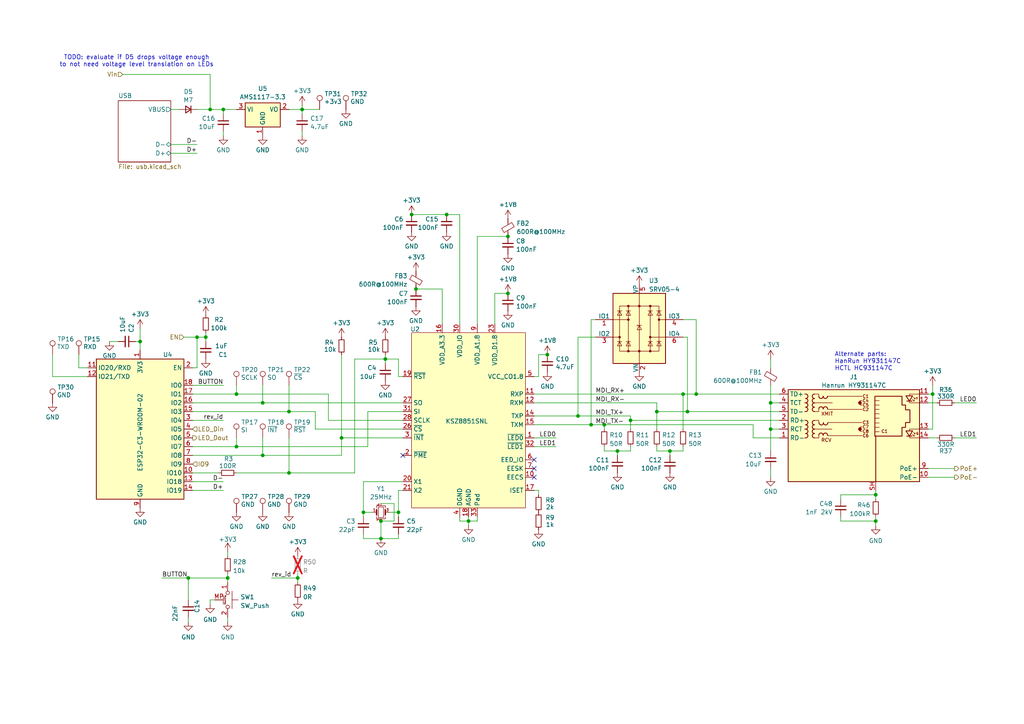
<source format=kicad_sch>
(kicad_sch (version 20231120) (generator "eeschema") (generator_version "8.0")
  (paper "A4")
  (junction (at 40.64 99.06))
  (junction (at 223.52 124.46))
  (junction (at 60.96 31.75))
  (junction (at 99.06 127))
  (junction (at 68.58 129.54))
  (junction (at 105.41 148.59))
  (junction (at 111.76 104.14))
  (junction (at 76.2 132.08))
  (junction (at 158.75 102.87))
  (junction (at 175.26 123.19))
  (junction (at 135.89 151.13))
  (junction (at 147.32 68.58))
  (junction (at 199.39 119.38))
  (junction (at 119.38 62.23))
  (junction (at 110.49 151.13))
  (junction (at 254 151.13))
  (junction (at 129.54 62.23))
  (junction (at 83.82 119.38))
  (junction (at 147.32 85.09))
  (junction (at 83.82 137.16))
  (junction (at 86.36 167.64))
  (junction (at 190.5 119.38))
  (junction (at 179.07 130.81))
  (junction (at 68.58 114.3))
  (junction (at 182.88 121.92))
  (junction (at 57.15 97.79))
  (junction (at 171.45 123.19))
  (junction (at 201.93 114.3))
  (junction (at 254 143.51))
  (junction (at 76.2 116.84))
  (junction (at 115.57 148.59))
  (junction (at 66.04 167.64))
  (junction (at 223.52 116.84))
  (junction (at 54.61 167.64))
  (junction (at 64.77 31.75))
  (junction (at 270.51 114.3))
  (junction (at 59.69 97.79))
  (junction (at 194.31 130.81))
  (junction (at 120.65 83.82))
  (junction (at 167.64 120.65))
  (junction (at 198.12 114.3))
  (junction (at 87.63 31.75))
  (junction (at 110.49 156.21))
  (no_connect (at 154.94 133.35))
  (no_connect (at 154.94 135.89))
  (no_connect (at 116.84 132.08))
  (no_connect (at 154.94 138.43))
  (wire (pts (xy 68.58 111.76) (xy 68.58 114.3)))
  (wire (pts (xy 111.76 102.87) (xy 111.76 104.14)))
  (wire (pts (xy 156.21 109.22) (xy 156.21 102.87)))
  (wire (pts (xy 171.45 92.71) (xy 171.45 123.19)))
  (wire (pts (xy 115.57 104.14) (xy 115.57 109.22)))
  (wire (pts (xy 269.24 127) (xy 271.78 127)))
  (wire (pts (xy 59.69 96.52) (xy 59.69 97.79)))
  (wire (pts (xy 138.43 68.58) (xy 138.43 93.98)))
  (wire (pts (xy 129.54 62.23) (xy 133.35 62.23)))
  (wire (pts (xy 55.88 119.38) (xy 83.82 119.38)))
  (wire (pts (xy 105.41 148.59) (xy 107.95 148.59)))
  (wire (pts (xy 110.49 156.21) (xy 115.57 156.21)))
  (wire (pts (xy 15.24 102.87) (xy 15.24 109.22)))
  (wire (pts (xy 105.41 154.94) (xy 105.41 156.21)))
  (wire (pts (xy 114.3 146.05) (xy 114.3 151.13)))
  (wire (pts (xy 55.88 142.24) (xy 64.77 142.24)))
  (wire (pts (xy 57.15 97.79) (xy 57.15 106.68)))
  (wire (pts (xy 147.32 68.58) (xy 138.43 68.58)))
  (wire (pts (xy 111.76 104.14) (xy 115.57 104.14)))
  (wire (pts (xy 99.06 102.87) (xy 99.06 127)))
  (wire (pts (xy 154.94 123.19) (xy 171.45 123.19)))
  (wire (pts (xy 60.96 173.99) (xy 62.23 173.99)))
  (wire (pts (xy 172.72 92.71) (xy 171.45 92.71)))
  (wire (pts (xy 40.64 101.6) (xy 40.64 99.06)))
  (wire (pts (xy 223.52 124.46) (xy 223.52 130.81)))
  (wire (pts (xy 270.51 114.3) (xy 270.51 124.46)))
  (wire (pts (xy 49.53 44.45) (xy 57.15 44.45)))
  (wire (pts (xy 46.99 167.64) (xy 54.61 167.64)))
  (wire (pts (xy 55.88 114.3) (xy 68.58 114.3)))
  (wire (pts (xy 223.52 104.14) (xy 223.52 106.68)))
  (wire (pts (xy 133.35 151.13) (xy 133.35 149.86)))
  (wire (pts (xy 154.94 116.84) (xy 190.5 116.84)))
  (wire (pts (xy 243.84 144.78) (xy 243.84 143.51)))
  (wire (pts (xy 68.58 127) (xy 68.58 129.54)))
  (wire (pts (xy 66.04 179.07) (xy 66.04 180.34)))
  (wire (pts (xy 57.15 31.75) (xy 60.96 31.75)))
  (wire (pts (xy 243.84 143.51) (xy 254 143.51)))
  (wire (pts (xy 270.51 124.46) (xy 269.24 124.46)))
  (wire (pts (xy 198.12 92.71) (xy 201.93 92.71)))
  (wire (pts (xy 270.51 111.76) (xy 270.51 114.3)))
  (wire (pts (xy 154.94 114.3) (xy 198.12 114.3)))
  (wire (pts (xy 198.12 114.3) (xy 198.12 124.46)))
  (wire (pts (xy 49.53 31.75) (xy 52.07 31.75)))
  (wire (pts (xy 135.89 152.4) (xy 135.89 151.13)))
  (wire (pts (xy 76.2 127) (xy 76.2 132.08)))
  (wire (pts (xy 167.64 97.79) (xy 167.64 120.65)))
  (wire (pts (xy 190.5 116.84) (xy 190.5 119.38)))
  (wire (pts (xy 106.68 129.54) (xy 106.68 119.38)))
  (wire (pts (xy 60.96 175.26) (xy 60.96 173.99)))
  (wire (pts (xy 60.96 31.75) (xy 64.77 31.75)))
  (wire (pts (xy 218.44 123.19) (xy 218.44 127)))
  (wire (pts (xy 54.61 167.64) (xy 54.61 173.99)))
  (wire (pts (xy 55.88 139.7) (xy 64.77 139.7)))
  (wire (pts (xy 55.88 111.76) (xy 64.77 111.76)))
  (wire (pts (xy 87.63 31.75) (xy 83.82 31.75)))
  (wire (pts (xy 68.58 137.16) (xy 83.82 137.16)))
  (wire (pts (xy 175.26 123.19) (xy 218.44 123.19)))
  (wire (pts (xy 190.5 119.38) (xy 199.39 119.38)))
  (wire (pts (xy 102.87 104.14) (xy 102.87 137.16)))
  (wire (pts (xy 115.57 142.24) (xy 115.57 148.59)))
  (wire (pts (xy 110.49 146.05) (xy 114.3 146.05)))
  (wire (pts (xy 111.76 104.14) (xy 111.76 105.41)))
  (wire (pts (xy 86.36 167.64) (xy 86.36 168.91)))
  (wire (pts (xy 128.27 83.82) (xy 120.65 83.82)))
  (wire (pts (xy 40.64 99.06) (xy 39.37 99.06)))
  (wire (pts (xy 175.26 123.19) (xy 175.26 124.46)))
  (wire (pts (xy 156.21 143.51) (xy 156.21 142.24)))
  (wire (pts (xy 86.36 166.37) (xy 86.36 167.64)))
  (wire (pts (xy 116.84 139.7) (xy 105.41 139.7)))
  (wire (pts (xy 76.2 116.84) (xy 116.84 116.84)))
  (wire (pts (xy 175.26 129.54) (xy 175.26 130.81)))
  (wire (pts (xy 115.57 148.59) (xy 113.03 148.59)))
  (wire (pts (xy 54.61 179.07) (xy 54.61 180.34)))
  (wire (pts (xy 128.27 93.98) (xy 128.27 83.82)))
  (wire (pts (xy 179.07 130.81) (xy 182.88 130.81)))
  (wire (pts (xy 91.44 124.46) (xy 116.84 124.46)))
  (wire (pts (xy 223.52 124.46) (xy 226.06 124.46)))
  (wire (pts (xy 115.57 109.22) (xy 116.84 109.22)))
  (wire (pts (xy 105.41 139.7) (xy 105.41 148.59)))
  (wire (pts (xy 194.31 130.81) (xy 194.31 132.08)))
  (wire (pts (xy 182.88 130.81) (xy 182.88 129.54)))
  (wire (pts (xy 115.57 149.86) (xy 115.57 148.59)))
  (wire (pts (xy 223.52 116.84) (xy 223.52 124.46)))
  (wire (pts (xy 76.2 132.08) (xy 99.06 132.08)))
  (wire (pts (xy 110.49 151.13) (xy 110.49 156.21)))
  (wire (pts (xy 66.04 160.02) (xy 66.04 161.29)))
  (wire (pts (xy 35.56 21.59) (xy 60.96 21.59)))
  (wire (pts (xy 182.88 121.92) (xy 226.06 121.92)))
  (wire (pts (xy 182.88 121.92) (xy 182.88 124.46)))
  (wire (pts (xy 156.21 142.24) (xy 154.94 142.24)))
  (wire (pts (xy 143.51 93.98) (xy 143.51 85.09)))
  (wire (pts (xy 143.51 85.09) (xy 147.32 85.09)))
  (wire (pts (xy 49.53 41.91) (xy 57.15 41.91)))
  (wire (pts (xy 99.06 127) (xy 116.84 127)))
  (wire (pts (xy 64.77 121.92) (xy 55.88 121.92)))
  (wire (pts (xy 254 149.86) (xy 254 151.13)))
  (wire (pts (xy 135.89 151.13) (xy 133.35 151.13)))
  (wire (pts (xy 138.43 151.13) (xy 138.43 149.86)))
  (wire (pts (xy 115.57 156.21) (xy 115.57 154.94)))
  (wire (pts (xy 22.86 102.87) (xy 22.86 106.68)))
  (wire (pts (xy 83.82 111.76) (xy 83.82 119.38)))
  (wire (pts (xy 64.77 31.75) (xy 64.77 33.02)))
  (wire (pts (xy 55.88 129.54) (xy 68.58 129.54)))
  (wire (pts (xy 171.45 123.19) (xy 175.26 123.19)))
  (wire (pts (xy 66.04 167.64) (xy 66.04 168.91)))
  (wire (pts (xy 199.39 119.38) (xy 199.39 97.79)))
  (wire (pts (xy 91.44 119.38) (xy 91.44 124.46)))
  (wire (pts (xy 154.94 109.22) (xy 156.21 109.22)))
  (wire (pts (xy 194.31 130.81) (xy 198.12 130.81)))
  (wire (pts (xy 276.86 127) (xy 283.21 127)))
  (wire (pts (xy 55.88 116.84) (xy 76.2 116.84)))
  (wire (pts (xy 182.88 120.65) (xy 182.88 121.92)))
  (wire (pts (xy 269.24 116.84) (xy 271.78 116.84)))
  (wire (pts (xy 78.74 167.64) (xy 86.36 167.64)))
  (wire (pts (xy 175.26 130.81) (xy 179.07 130.81)))
  (wire (pts (xy 243.84 151.13) (xy 243.84 149.86)))
  (wire (pts (xy 190.5 119.38) (xy 190.5 124.46)))
  (wire (pts (xy 223.52 116.84) (xy 226.06 116.84)))
  (wire (pts (xy 106.68 119.38) (xy 116.84 119.38)))
  (wire (pts (xy 87.63 30.48) (xy 87.63 31.75)))
  (wire (pts (xy 53.34 97.79) (xy 57.15 97.79)))
  (wire (pts (xy 68.58 129.54) (xy 106.68 129.54)))
  (wire (pts (xy 201.93 114.3) (xy 226.06 114.3)))
  (wire (pts (xy 102.87 104.14) (xy 111.76 104.14)))
  (wire (pts (xy 105.41 156.21) (xy 110.49 156.21)))
  (wire (pts (xy 59.69 97.79) (xy 57.15 97.79)))
  (wire (pts (xy 31.75 99.06) (xy 34.29 99.06)))
  (wire (pts (xy 64.77 31.75) (xy 68.58 31.75)))
  (wire (pts (xy 114.3 151.13) (xy 110.49 151.13)))
  (wire (pts (xy 269.24 114.3) (xy 270.51 114.3)))
  (wire (pts (xy 190.5 130.81) (xy 194.31 130.81)))
  (wire (pts (xy 87.63 38.1) (xy 87.63 39.37)))
  (wire (pts (xy 55.88 106.68) (xy 57.15 106.68)))
  (wire (pts (xy 83.82 119.38) (xy 91.44 119.38)))
  (wire (pts (xy 40.64 95.25) (xy 40.64 99.06)))
  (wire (pts (xy 190.5 129.54) (xy 190.5 130.81)))
  (wire (pts (xy 156.21 102.87) (xy 158.75 102.87)))
  (wire (pts (xy 76.2 111.76) (xy 76.2 116.84)))
  (wire (pts (xy 87.63 31.75) (xy 92.71 31.75)))
  (wire (pts (xy 223.52 135.89) (xy 223.52 138.43)))
  (wire (pts (xy 95.25 121.92) (xy 116.84 121.92)))
  (wire (pts (xy 55.88 137.16) (xy 63.5 137.16)))
  (wire (pts (xy 83.82 127) (xy 83.82 137.16)))
  (wire (pts (xy 269.24 138.43) (xy 276.86 138.43)))
  (wire (pts (xy 254 151.13) (xy 254 152.4)))
  (wire (pts (xy 198.12 114.3) (xy 201.93 114.3)))
  (wire (pts (xy 154.94 129.54) (xy 161.29 129.54)))
  (wire (pts (xy 22.86 106.68) (xy 25.4 106.68)))
  (wire (pts (xy 87.63 31.75) (xy 87.63 33.02)))
  (wire (pts (xy 199.39 97.79) (xy 198.12 97.79)))
  (wire (pts (xy 276.86 116.84) (xy 283.21 116.84)))
  (wire (pts (xy 269.24 135.89) (xy 276.86 135.89)))
  (wire (pts (xy 64.77 38.1) (xy 64.77 39.37)))
  (wire (pts (xy 167.64 120.65) (xy 182.88 120.65)))
  (wire (pts (xy 119.38 62.23) (xy 129.54 62.23)))
  (wire (pts (xy 99.06 127) (xy 99.06 132.08)))
  (wire (pts (xy 116.84 142.24) (xy 115.57 142.24)))
  (wire (pts (xy 199.39 119.38) (xy 226.06 119.38)))
  (wire (pts (xy 154.94 120.65) (xy 167.64 120.65)))
  (wire (pts (xy 223.52 111.76) (xy 223.52 116.84)))
  (wire (pts (xy 59.69 97.79) (xy 59.69 99.06)))
  (wire (pts (xy 83.82 137.16) (xy 102.87 137.16)))
  (wire (pts (xy 105.41 148.59) (xy 105.41 149.86)))
  (wire (pts (xy 15.24 109.22) (xy 25.4 109.22)))
  (wire (pts (xy 135.89 149.86) (xy 135.89 151.13)))
  (wire (pts (xy 167.64 97.79) (xy 172.72 97.79)))
  (wire (pts (xy 254 151.13) (xy 243.84 151.13)))
  (wire (pts (xy 60.96 21.59) (xy 60.96 31.75)))
  (wire (pts (xy 55.88 132.08) (xy 76.2 132.08)))
  (wire (pts (xy 135.89 151.13) (xy 138.43 151.13)))
  (wire (pts (xy 201.93 92.71) (xy 201.93 114.3)))
  (wire (pts (xy 154.94 127) (xy 161.29 127)))
  (wire (pts (xy 218.44 127) (xy 226.06 127)))
  (wire (pts (xy 254 142.24) (xy 254 143.51)))
  (wire (pts (xy 133.35 93.98) (xy 133.35 62.23)))
  (wire (pts (xy 254 143.51) (xy 254 144.78)))
  (wire (pts (xy 54.61 167.64) (xy 66.04 167.64)))
  (wire (pts (xy 68.58 114.3) (xy 95.25 114.3)))
  (wire (pts (xy 198.12 130.81) (xy 198.12 129.54)))
  (wire (pts (xy 179.07 130.81) (xy 179.07 132.08)))
  (wire (pts (xy 95.25 114.3) (xy 95.25 121.92)))
  (wire (pts (xy 66.04 166.37) (xy 66.04 167.64)))
  (text "Alternate parts:\nHanRun HY931147C\nHCTL HC931147C\n" (at 242.062 104.902 0) (effects (font (size 1.27 1.27)) (justify left)))
  (text "TODO: evaluate if D5 drops voltage enough\nto not need voltage level translation on LEDs" (at 39.624 17.78 0) (effects (font (size 1.27 1.27))))
  (label "D-" (at 64.77 139.7 180))
  (label "D+" (at 57.15 44.45 180))
  (label "BUTTON" (at 64.77 111.76 180))
  (label "rev_id" (at 64.77 121.92 180))
  (label "rev_id" (at 78.74 167.64 0))
  (label "LED1" (at 161.29 129.54 180))
  (label "LED0" (at 283.21 116.84 180))
  (label "MDI_TX-" (at 172.72 123.19 0))
  (label "MDI_TX+" (at 172.72 120.65 0))
  (label "D-" (at 57.15 41.91 180))
  (label "BUTTON" (at 46.99 167.64 0))
  (label "LED0" (at 161.29 127 180))
  (label "MDI_RX+" (at 172.72 114.3 0))
  (label "LED1" (at 283.21 127 180))
  (label "D+" (at 64.77 142.24 180))
  (label "MDI_RX-" (at 172.72 116.84 0))
  (hierarchical_label "LED_Dout" (shape output) (at 55.88 127 0))
  (hierarchical_label "Vin" (shape input) (at 35.56 21.59 180))
  (hierarchical_label "PoE-" (shape output) (at 276.86 138.43 0))
  (hierarchical_label "LED_Din" (shape input) (at 55.88 124.46 0))
  (hierarchical_label "PoE+" (shape output) (at 276.86 135.89 0))
  (hierarchical_label "IO9" (shape input) (at 55.88 134.62 0))
  (hierarchical_label "EN" (shape input) (at 53.34 97.79 180))
  (symbol (lib_id "Device:C_Small") (at 147.32 87.63 0) (mirror y) (unit 1)
    (property "Reference" "C9" (at 149.6441 86.4241 0) (effects (justify right)))
    (property "Value" "100nF" (at 149.6441 88.8484 0) (effects (justify right)))
    (property "Footprint" "Capacitor_SMD:C_0402_1005Metric" (effects (hide yes)))
    (property "Description" "Unpolarized capacitor, small symbol" (effects (hide yes)))
    (property "LCSC" "C1525" (effects (hide yes)))
  )
  (symbol (lib_id "Device:R_Small") (at 198.12 127 0) (unit 1)
    (property "Reference" "R13" (at 199.6186 126.1653 0) (effects (justify left)))
    (property "Value" "50R" (at 199.6186 128.7022 0) (effects (justify left)))
    (property "Footprint" "Resistor_SMD:R_0402_1005Metric" (effects (hide yes)))
    (property "LCSC" "C25120" (effects (hide yes)))
  )
  (symbol (lib_id "power:+1V8") (at 147.32 85.09 0) (unit 1)
    (property "Reference" "#PWR0112" (effects (hide yes)))
    (property "Value" "+1V8" (at 147.32 80.9569 0))
    (property "Description" "Power symbol creates a global label with name \"+1V8\"" (effects (hide yes)))
  )
  (symbol (lib_id "Connector:TestPoint") (at 76.2 111.76 0) (unit 1)
    (property "Reference" "TP21" (at 77.597 107.2458 0) (effects (justify left)))
    (property "Value" "SO" (at 77.47 109.474 0) (effects (justify left)))
    (property "Footprint" "TestPoint_no_outline:TestPoint_Pad_D2.0mm_no_outline" (effects (hide yes)))
    (property "Description" "test point" (effects (hide yes)))
  )
  (symbol (lib_id "Device:C_Small") (at 147.32 71.12 0) (mirror y) (unit 1)
    (property "Reference" "C8" (at 149.6441 69.9141 0) (effects (justify right)))
    (property "Value" "100nF" (at 149.6441 72.3384 0) (effects (justify right)))
    (property "Footprint" "Capacitor_SMD:C_0402_1005Metric" (effects (hide yes)))
    (property "Description" "Unpolarized capacitor, small symbol" (effects (hide yes)))
    (property "LCSC" "C1525" (effects (hide yes)))
  )
  (symbol (lib_id "Regulator_Linear:AMS1117-3.3") (at 76.2 31.75 0) (unit 1)
    (property "Reference" "U5" (at 76.2 25.7005 0))
    (property "Value" "AMS1117-3.3" (at 76.2 28.1248 0))
    (property "Footprint" "Package_TO_SOT_SMD:SOT-223-3_TabPin2" (effects (hide yes)))
    (property "Datasheet" "http://www.advanced-monolithic.com/pdf/ds1117.pdf" (effects (hide yes)))
    (property "Description" "1A Low Dropout regulator, positive, 3.3V fixed output, SOT-223" (effects (hide yes)))
    (property "LCSC" "C6186" (effects (hide yes)))
  )
  (symbol (lib_id "Connector:TestPoint") (at 22.86 102.87 0) (unit 1)
    (property "Reference" "TP15" (at 24.257 98.3558 0) (effects (justify left)))
    (property "Value" "RXD" (at 24.13 100.584 0) (effects (justify left)))
    (property "Footprint" "TestPoint_no_outline:TestPoint_Pad_D2.0mm_no_outline" (effects (hide yes)))
    (property "Description" "test point" (effects (hide yes)))
  )
  (symbol (lib_name "GND_1") (lib_id "power:GND") (at 111.76 110.49 0) (unit 1)
    (property "Reference" "#PWR09" (effects (hide yes)))
    (property "Value" "GND" (at 111.76 114.6231 0))
    (property "Description" "Power symbol creates a global label with name \"GND\" , ground" (effects (hide yes)))
  )
  (symbol (lib_id "Connector:TestPoint") (at 15.24 116.84 0) (unit 1)
    (property "Reference" "TP30" (at 16.637 112.3258 0) (effects (justify left)))
    (property "Value" "GND" (at 16.51 114.554 0) (effects (justify left)))
    (property "Footprint" "TestPoint:TestPoint_Pad_D2.0mm" (effects (hide yes)))
    (property "Description" "test point" (effects (hide yes)))
  )
  (symbol (lib_name "+3V3_1") (lib_id "power:+3V3") (at 99.06 97.79 0) (unit 1)
    (property "Reference" "#PWR06" (effects (hide yes)))
    (property "Value" "+3V3" (at 99.06 93.6569 0))
    (property "Description" "Power symbol creates a global label with name \"+3V3\"" (effects (hide yes)))
  )
  (symbol (lib_name "GND_7") (lib_id "power:GND") (at 185.42 107.95 0) (unit 1)
    (property "Reference" "#PWR013" (effects (hide yes)))
    (property "Value" "GND" (at 185.42 112.0831 0))
    (property "Description" "Power symbol creates a global label with name \"GND\" , ground" (effects (hide yes)))
  )
  (symbol (lib_name "GND_9") (lib_id "power:GND") (at 76.2 148.59 0) (unit 1)
    (property "Reference" "#PWR028" (effects (hide yes)))
    (property "Value" "GND" (at 76.2 152.7231 0))
    (property "Description" "Power symbol creates a global label with name \"GND\" , ground" (effects (hide yes)))
  )
  (symbol (lib_id "Device:C_Small") (at 194.31 134.62 0) (unit 1)
    (property "Reference" "C12" (at 191.9859 133.4141 0) (effects (justify right)))
    (property "Value" "100nF" (at 191.9859 135.8384 0) (effects (justify right)))
    (property "Footprint" "Capacitor_SMD:C_0402_1005Metric" (effects (hide yes)))
    (property "Description" "Unpolarized capacitor, small symbol" (effects (hide yes)))
    (property "LCSC" "C1525" (effects (hide yes)))
  )
  (symbol (lib_name "GND_3") (lib_id "power:GND") (at 129.54 67.31 0) (mirror y) (unit 1)
    (property "Reference" "#PWR017" (effects (hide yes)))
    (property "Value" "GND" (at 129.54 71.4431 0))
    (property "Description" "Power symbol creates a global label with name \"GND\" , ground" (effects (hide yes)))
  )
  (symbol (lib_name "GND_9") (lib_id "power:GND") (at 100.33 31.75 0) (unit 1)
    (property "Reference" "#PWR034" (effects (hide yes)))
    (property "Value" "GND" (at 100.33 35.8831 0))
    (property "Description" "Power symbol creates a global label with name \"GND\" , ground" (effects (hide yes)))
  )
  (symbol (lib_id "power:+3V3") (at 59.69 91.44 0) (mirror y) (unit 1)
    (property "Reference" "#PWR01" (effects (hide yes)))
    (property "Value" "+3V3" (at 59.69 87.3069 0))
  )
  (symbol (lib_id "Power_Protection:SRV05-4") (at 185.42 95.25 0) (unit 1)
    (property "Reference" "U3" (at 188.1887 81.3902 0) (effects (justify left)))
    (property "Value" "SRV05-4" (at 188.1887 83.9271 0) (effects (justify left)))
    (property "Footprint" "Package_TO_SOT_SMD:SOT-23-6" (effects (hide yes)))
    (property "Datasheet" "http://www.onsemi.com/pub/Collateral/SRV05-4-D.PDF" (effects (hide yes)))
    (property "LCSC" "C85364" (effects (hide yes)))
  )
  (symbol (lib_id "power:GND") (at 60.96 175.26 0) (unit 1)
    (property "Reference" "#PWR030" (effects (hide yes)))
    (property "Value" "GND" (at 60.96 179.7034 0))
  )
  (symbol (lib_id "power:+3V3") (at 40.64 95.25 0) (unit 1)
    (property "Reference" "#PWR04" (effects (hide yes)))
    (property "Value" "+3V3" (at 40.64 91.1169 0))
  )
  (symbol (lib_name "GND_3") (lib_id "power:GND") (at 119.38 67.31 0) (mirror y) (unit 1)
    (property "Reference" "#PWR011" (effects (hide yes)))
    (property "Value" "GND" (at 119.38 71.4431 0))
    (property "Description" "Power symbol creates a global label with name \"GND\" , ground" (effects (hide yes)))
  )
  (symbol (lib_name "+3V3_1") (lib_id "power:+3V3") (at 120.65 78.74 0) (unit 1)
    (property "Reference" "#PWR012" (effects (hide yes)))
    (property "Value" "+3V3" (at 120.65 74.6069 0))
    (property "Description" "Power symbol creates a global label with name \"+3V3\"" (effects (hide yes)))
  )
  (symbol (lib_id "power:GND") (at 31.75 99.06 0) (unit 1)
    (property "Reference" "#PWR03" (effects (hide yes)))
    (property "Value" "GND" (at 31.75 103.1931 0))
  )
  (symbol (lib_name "+3V3_3") (lib_id "power:+3V3") (at 86.36 161.29 0) (mirror y) (unit 1)
    (property "Reference" "#PWR094" (effects (hide yes)))
    (property "Value" "+3V3" (at 86.36 157.1569 0))
    (property "Description" "Power symbol creates a global label with name \"+3V3\"" (effects (hide yes)))
  )
  (symbol (lib_name "GND_9") (lib_id "power:GND") (at 68.58 148.59 0) (unit 1)
    (property "Reference" "#PWR027" (effects (hide yes)))
    (property "Value" "GND" (at 68.58 152.7231 0))
    (property "Description" "Power symbol creates a global label with name \"GND\" , ground" (effects (hide yes)))
  )
  (symbol (lib_id "Device:C_Small") (at 87.63 35.56 0) (unit 1)
    (property "Reference" "C17" (at 89.9541 34.3541 0) (effects (justify left)))
    (property "Value" "4.7uF" (at 89.9541 36.7784 0) (effects (justify left)))
    (property "Footprint" "Capacitor_SMD:C_0402_1005Metric" (effects (hide yes)))
    (property "LCSC" "C23733" (effects (hide yes)))
  )
  (symbol (lib_name "GND_4") (lib_id "power:GND") (at 135.89 152.4 0) (unit 1)
    (property "Reference" "#PWR0109" (effects (hide yes)))
    (property "Value" "GND" (at 135.89 156.5331 0))
    (property "Description" "Power symbol creates a global label with name \"GND\" , ground" (effects (hide yes)))
  )
  (symbol (lib_id "Device:D_Small") (at 54.61 31.75 180) (unit 1)
    (property "Reference" "D5" (at 54.61 26.5895 0))
    (property "Value" "M7" (at 54.61 29.0138 0))
    (property "Footprint" "Diode_SMD:D_SMA" (effects (hide yes)))
    (property "Description" "Diode, small symbol" (effects (hide yes)))
    (property "LCSC" "C95872" (effects (hide yes)))
    (property "Sim.Device" "D" (effects (hide yes)))
    (property "Sim.Pins" "1=K 2=A" (effects (hide yes)))
  )
  (symbol (lib_id "power:GND") (at 59.69 104.14 0) (mirror y) (unit 1)
    (property "Reference" "#PWR02" (effects (hide yes)))
    (property "Value" "GND" (at 59.69 108.2731 0))
  )
  (symbol (lib_id "Device:C_Small") (at 36.83 99.06 270) (unit 1)
    (property "Reference" "C2" (at 38.1 96.52 0) (effects (justify right)))
    (property "Value" "10uF" (at 35.56 96.52 0) (effects (justify right)))
    (property "Footprint" "Capacitor_SMD:C_0402_1005Metric" (effects (hide yes)))
    (property "LCSC" "C15525" (effects (hide yes)))
  )
  (symbol (lib_id "power:GND") (at 40.64 147.32 0) (unit 1)
    (property "Reference" "#PWR05" (effects (hide yes)))
    (property "Value" "GND" (at 40.64 151.4531 0))
  )
  (symbol (lib_id "Device:FerriteBead_Small") (at 147.32 66.04 0) (mirror y) (unit 1)
    (property "Reference" "FB2" (at 149.7838 64.7897 0) (effects (justify right)))
    (property "Value" "600R@100MHz" (at 149.7838 67.214 0) (effects (justify right)))
    (property "Footprint" "Inductor_SMD:L_0402_1005Metric" (effects (hide yes)))
    (property "Description" "Ferrite bead, small symbol" (effects (hide yes)))
    (property "LCSC" "C76884" (effects (hide yes)))
  )
  (symbol (lib_name "GND_3") (lib_id "power:GND") (at 86.36 173.99 0) (unit 1)
    (property "Reference" "#PWR093" (effects (hide yes)))
    (property "Value" "GND" (at 86.36 178.1231 0))
    (property "Description" "Power symbol creates a global label with name \"GND\" , ground" (effects (hide yes)))
  )
  (symbol (lib_id "Connector:TestPoint") (at 76.2 148.59 0) (unit 1)
    (property "Reference" "TP28" (at 77.597 144.0758 0) (effects (justify left)))
    (property "Value" "GND" (at 77.47 146.304 0) (effects (justify left)))
    (property "Footprint" "TestPoint:TestPoint_Pad_D2.0mm" (effects (hide yes)))
    (property "Description" "test point" (effects (hide yes)))
  )
  (symbol (lib_id "Device:C_Small") (at 129.54 64.77 0) (unit 1)
    (property "Reference" "C15" (at 127.2159 63.5641 0) (effects (justify right)))
    (property "Value" "100nF" (at 127.2159 65.9884 0) (effects (justify right)))
    (property "Footprint" "Capacitor_SMD:C_0402_1005Metric" (effects (hide yes)))
    (property "Description" "Unpolarized capacitor, small symbol" (effects (hide yes)))
    (property "LCSC" "C1525" (effects (hide yes)))
  )
  (symbol (lib_id "Device:R_Small") (at 99.06 100.33 180) (unit 1)
    (property "Reference" "R4" (at 95.504 99.33 0))
    (property "Value" "10k" (at 95.758 101.346 0))
    (property "Footprint" "Resistor_SMD:R_0402_1005Metric" (effects (hide yes)))
    (property "LCSC" "C25744" (effects (hide yes)))
  )
  (symbol (lib_id "RF_Module:ESP32-C3-WROOM-02") (at 40.64 124.46 0) (mirror y) (unit 1)
    (property "Reference" "U4" (at 47.244 102.87 0) (effects (justify right)))
    (property "Value" "ESP32-C3-WROOM-02" (at 40.64 114.046 90) (effects (justify right)))
    (property "Footprint" "RF_Module:ESP32-C3-WROOM-02" (effects (hide yes)))
    (property "Datasheet" "https://www.espressif.com/sites/default/files/documentation/esp32-c3-wroom-02_datasheet_en.pdf" (effects (hide yes)))
    (property "Description" "802.11 b/g/n Wi­Fi and Bluetooth 5 module, ESP32­C3 SoC, RISC­V microprocessor, On-board antenna" (effects (hide yes)))
  )
  (symbol (lib_id "Device:R_Small") (at 111.76 100.33 180) (unit 1)
    (property "Reference" "R5" (at 108.204 99.33 0))
    (property "Value" "10k" (at 108.458 101.346 0))
    (property "Footprint" "Resistor_SMD:R_0402_1005Metric" (effects (hide yes)))
    (property "LCSC" "C25744" (effects (hide yes)))
  )
  (symbol (lib_id "Ethernet_Microchip:KSZ8851SNL") (at 135.89 121.92 0) (unit 1)
    (property "Reference" "U2" (at 120.396 95.504 0))
    (property "Value" "KSZ8851SNL" (at 135.382 122.174 0))
    (property "Footprint" "Package_DFN_QFN:QFN-32-1EP_5x5mm_P0.5mm_EP3.1x3.1mm_ThermalVias" (effects (hide yes)))
    (property "Datasheet" "https://ww1.microchip.com/downloads/aemDocuments/documents/UNG/ProductDocuments/DataSheets/KSZ8851SNL-Single-Port-Ethernet-Controller-with-SPI-DS00002381C.pdf" (effects (hide yes)))
    (property "Description" "SPI Ethernet MAC and PHY" (effects (hide yes)))
    (property "LCSC" "C633272" (effects (hide yes)))
  )
  (symbol (lib_name "+3V3_1") (lib_id "power:+3V3") (at 185.42 82.55 0) (unit 1)
    (property "Reference" "#PWR014" (effects (hide yes)))
    (property "Value" "+3V3" (at 185.42 78.4169 0))
    (property "Description" "Power symbol creates a global label with name \"+3V3\"" (effects (hide yes)))
  )
  (symbol (lib_name "GND_8") (lib_id "power:GND") (at 223.52 138.43 0) (unit 1)
    (property "Reference" "#PWR048" (effects (hide yes)))
    (property "Value" "GND" (at 223.52 142.5631 0))
    (property "Description" "Power symbol creates a global label with name \"GND\" , ground" (effects (hide yes)))
  )
  (symbol (lib_id "power:+1V8") (at 158.75 102.87 0) (unit 1)
    (property "Reference" "#PWR0115" (effects (hide yes)))
    (property "Value" "+1V8" (at 158.75 98.7369 0))
    (property "Description" "Power symbol creates a global label with name \"+1V8\"" (effects (hide yes)))
  )
  (symbol (lib_id "Device:FerriteBead_Small") (at 120.65 81.28 0) (unit 1)
    (property "Reference" "FB3" (at 118.1862 80.0297 0) (effects (justify right)))
    (property "Value" "600R@100MHz" (at 118.1862 82.454 0) (effects (justify right)))
    (property "Footprint" "Inductor_SMD:L_0402_1005Metric" (effects (hide yes)))
    (property "Description" "Ferrite bead, small symbol" (effects (hide yes)))
    (property "LCSC" "C76884" (effects (hide yes)))
  )
  (symbol (lib_id "Device:C_Small") (at 119.38 64.77 0) (unit 1)
    (property "Reference" "C6" (at 117.0559 63.5641 0) (effects (justify right)))
    (property "Value" "100nF" (at 117.0559 65.9884 0) (effects (justify right)))
    (property "Footprint" "Capacitor_SMD:C_0402_1005Metric" (effects (hide yes)))
    (property "Description" "Unpolarized capacitor, small symbol" (effects (hide yes)))
    (property "LCSC" "C1525" (effects (hide yes)))
  )
  (symbol (lib_name "GND_2") (lib_id "power:GND") (at 87.63 39.37 0) (unit 1)
    (property "Reference" "#PWR024" (effects (hide yes)))
    (property "Value" "GND" (at 87.63 43.5031 0))
    (property "Description" "Power symbol creates a global label with name \"GND\" , ground" (effects (hide yes)))
  )
  (symbol (lib_id "Device:C_Small") (at 120.65 86.36 0) (unit 1)
    (property "Reference" "C7" (at 118.3259 85.1541 0) (effects (justify right)))
    (property "Value" "100nF" (at 118.3259 87.5784 0) (effects (justify right)))
    (property "Footprint" "Capacitor_SMD:C_0402_1005Metric" (effects (hide yes)))
    (property "Description" "Unpolarized capacitor, small symbol" (effects (hide yes)))
    (property "LCSC" "C1525" (effects (hide yes)))
  )
  (symbol (lib_id "power:GND") (at 254 152.4 0) (mirror y) (unit 1)
    (property "Reference" "#PWR092" (effects (hide yes)))
    (property "Value" "GND" (at 254 156.8434 0))
  )
  (symbol (lib_id "power:+1V8") (at 147.32 63.5 0) (unit 1)
    (property "Reference" "#PWR0110" (effects (hide yes)))
    (property "Value" "+1V8" (at 147.32 59.3669 0))
    (property "Description" "Power symbol creates a global label with name \"+1V8\"" (effects (hide yes)))
  )
  (symbol (lib_id "Device:C_Small") (at 59.69 101.6 0) (mirror x) (unit 1)
    (property "Reference" "C1" (at 66.04 102.87 0) (effects (justify right)))
    (property "Value" "1uF" (at 66.04 100.33 0) (effects (justify right)))
    (property "Footprint" "Capacitor_SMD:C_0402_1005Metric" (effects (hide yes)))
    (property "LCSC" "C52923" (effects (hide yes)))
  )
  (symbol (lib_id "Device:R_Small") (at 86.36 171.45 0) (unit 1)
    (property "Reference" "R49" (at 87.8586 170.6153 0) (effects (justify left)))
    (property "Value" "0R" (at 87.8586 173.1522 0) (effects (justify left)))
    (property "Footprint" "Resistor_SMD:R_0402_1005Metric" (effects (hide yes)))
    (property "LCSC" "C17168" (effects (hide yes)))
  )
  (symbol (lib_name "GND_6") (lib_id "power:GND") (at 156.21 153.67 0) (unit 1)
    (property "Reference" "#PWR0114" (effects (hide yes)))
    (property "Value" "GND" (at 156.21 157.8031 0))
    (property "Description" "Power symbol creates a global label with name \"GND\" , ground" (effects (hide yes)))
  )
  (symbol (lib_id "Device:R_Small") (at 274.32 116.84 270) (unit 1)
    (property "Reference" "R36" (at 274.32 113.03 90))
    (property "Value" "330R" (at 274.32 114.9405 90))
    (property "Footprint" "Resistor_SMD:R_0402_1005Metric" (effects (hide yes)))
    (property "LCSC" "C25104" (effects (hide yes)))
  )
  (symbol (lib_id "Connector:TestPoint") (at 68.58 111.76 0) (unit 1)
    (property "Reference" "TP20" (at 69.977 107.2458 0) (effects (justify left)))
    (property "Value" "SCLK" (at 69.85 109.474 0) (effects (justify left)))
    (property "Footprint" "TestPoint_no_outline:TestPoint_Pad_D2.0mm_no_outline" (effects (hide yes)))
    (property "Description" "test point" (effects (hide yes)))
  )
  (symbol (lib_id "power:GND") (at 54.61 180.34 0) (unit 1)
    (property "Reference" "#PWR015" (effects (hide yes)))
    (property "Value" "GND" (at 54.61 184.7834 0))
  )
  (symbol (lib_id "Connector:TestPoint") (at 83.82 127 0) (unit 1)
    (property "Reference" "TP19" (at 85.217 122.4858 0) (effects (justify left)))
    (property "Value" "~{RST}" (at 85.09 124.714 0) (effects (justify left)))
    (property "Footprint" "TestPoint_no_outline:TestPoint_Pad_D2.0mm_no_outline" (effects (hide yes)))
    (property "Description" "test point" (effects (hide yes)))
  )
  (symbol (lib_name "+3V3_1") (lib_id "power:+3V3") (at 119.38 62.23 0) (unit 1)
    (property "Reference" "#PWR010" (effects (hide yes)))
    (property "Value" "+3V3" (at 119.38 58.0969 0))
    (property "Description" "Power symbol creates a global label with name \"+3V3\"" (effects (hide yes)))
  )
  (symbol (lib_name "+3V3_1") (lib_id "power:+3V3") (at 111.76 97.79 0) (unit 1)
    (property "Reference" "#PWR08" (effects (hide yes)))
    (property "Value" "+3V3" (at 111.76 93.6569 0))
    (property "Description" "Power symbol creates a global label with name \"+3V3\"" (effects (hide yes)))
  )
  (symbol (lib_name "GND_3") (lib_id "power:GND") (at 147.32 73.66 0) (unit 1)
    (property "Reference" "#PWR0111" (effects (hide yes)))
    (property "Value" "GND" (at 147.32 77.7931 0))
    (property "Description" "Power symbol creates a global label with name \"GND\" , ground" (effects (hide yes)))
  )
  (symbol (lib_id "Device:C_Small") (at 54.61 176.53 0) (mirror y) (unit 1)
    (property "Reference" "C14" (at 57.15 177.8 90) (effects (justify left)))
    (property "Value" "22nF" (at 50.8 180.34 90) (effects (justify left)))
    (property "Footprint" "Capacitor_SMD:C_0402_1005Metric" (effects (hide yes)))
    (property "LCSC" "C1532" (effects (hide yes)))
  )
  (symbol (lib_id "Device:R_Small") (at 274.32 127 270) (mirror x) (unit 1)
    (property "Reference" "R37" (at 274.32 130.81 90))
    (property "Value" "330R" (at 274.32 128.8995 90))
    (property "Footprint" "Resistor_SMD:R_0402_1005Metric" (effects (hide yes)))
    (property "LCSC" "C25104" (effects (hide yes)))
  )
  (symbol (lib_id "Device:R_Small") (at 182.88 127 0) (unit 1)
    (property "Reference" "R11" (at 184.3786 126.1653 0) (effects (justify left)))
    (property "Value" "50R" (at 184.3786 128.7022 0) (effects (justify left)))
    (property "Footprint" "Resistor_SMD:R_0402_1005Metric" (effects (hide yes)))
    (property "LCSC" "C25120" (effects (hide yes)))
  )
  (symbol (lib_name "+3V3_2") (lib_id "power:+3V3") (at 87.63 30.48 0) (unit 1)
    (property "Reference" "#PWR023" (effects (hide yes)))
    (property "Value" "+3V3" (at 87.63 26.3469 0))
    (property "Description" "Power symbol creates a global label with name \"+3V3\"" (effects (hide yes)))
  )
  (symbol (lib_id "Device:R_Small") (at 156.21 146.05 0) (mirror x) (unit 1)
    (property "Reference" "R8" (at 159.512 145.05 0))
    (property "Value" "2k" (at 159.512 147.066 0))
    (property "Footprint" "Resistor_SMD:R_0402_1005Metric" (effects (hide yes)))
    (property "LCSC" "C4109" (effects (hide yes)))
  )
  (symbol (lib_id "Connector:TestPoint") (at 68.58 127 0) (unit 1)
    (property "Reference" "TP17" (at 69.977 122.4858 0) (effects (justify left)))
    (property "Value" "SI" (at 69.85 124.714 0) (effects (justify left)))
    (property "Footprint" "TestPoint_no_outline:TestPoint_Pad_D2.0mm_no_outline" (effects (hide yes)))
    (property "Description" "test point" (effects (hide yes)))
  )
  (symbol (lib_id "Device:R_Small") (at 66.04 163.83 0) (unit 1)
    (property "Reference" "R28" (at 67.5386 162.9953 0) (effects (justify left)))
    (property "Value" "10k" (at 67.5386 165.5322 0) (effects (justify left)))
    (property "Footprint" "Resistor_SMD:R_0402_1005Metric" (effects (hide yes)))
    (property "LCSC" "C25744" (effects (hide yes)))
  )
  (symbol (lib_id "Device:C_Small") (at 179.07 134.62 0) (unit 1)
    (property "Reference" "C11" (at 176.7459 133.4141 0) (effects (justify right)))
    (property "Value" "100nF" (at 176.7459 135.8384 0) (effects (justify right)))
    (property "Footprint" "Capacitor_SMD:C_0402_1005Metric" (effects (hide yes)))
    (property "Description" "Unpolarized capacitor, small symbol" (effects (hide yes)))
    (property "LCSC" "C1525" (effects (hide yes)))
  )
  (symbol (lib_name "GND_5") (lib_id "power:GND") (at 110.49 156.21 0) (unit 1)
    (property "Reference" "#PWR07" (effects (hide yes)))
    (property "Value" "GND" (at 110.49 160.3431 0))
    (property "Description" "Power symbol creates a global label with name \"GND\" , ground" (effects (hide yes)))
  )
  (symbol (lib_id "Device:R_Small") (at 66.04 137.16 270) (mirror x) (unit 1)
    (property "Reference" "R3" (at 66.294 133.096 90))
    (property "Value" "100R" (at 66.04 135.128 90))
    (property "Footprint" "Resistor_SMD:R_0402_1005Metric" (effects (hide yes)))
    (property "LCSC" "C25076" (effects (hide yes)))
  )
  (symbol (lib_id "Device:R_Small") (at 254 147.32 0) (mirror y) (unit 1)
    (property "Reference" "R46" (at 252.5014 146.4853 0) (effects (justify left)))
    (property "Value" "100kR" (at 252.5014 149.0222 0) (effects (justify left)))
    (property "Footprint" "Resistor_SMD:R_1206_3216Metric" (effects (hide yes)))
    (property "LCSC" "C17900" (effects (hide yes)))
  )
  (symbol (lib_name "+3V3_1") (lib_id "power:+3V3") (at 223.52 104.14 0) (unit 1)
    (property "Reference" "#PWR047" (effects (hide yes)))
    (property "Value" "+3V3" (at 223.52 100.0069 0))
    (property "Description" "Power symbol creates a global label with name \"+3V3\"" (effects (hide yes)))
  )
  (symbol (lib_id "Device:R_Small") (at 59.69 93.98 0) (unit 1)
    (property "Reference" "R2" (at 63.5 92.71 0))
    (property "Value" "100k" (at 63.5 95.1342 0))
    (property "Footprint" "Resistor_SMD:R_0402_1005Metric" (effects (hide yes)))
    (property "LCSC" "C25741" (effects (hide yes)))
  )
  (symbol (lib_id "power:GND") (at 66.04 180.34 0) (unit 1)
    (property "Reference" "#PWR033" (effects (hide yes)))
    (property "Value" "GND" (at 66.04 184.7834 0))
  )
  (symbol (lib_id "Device:C_Small") (at 111.76 107.95 0) (unit 1)
    (property "Reference" "C4" (at 109.22 106.68 0) (effects (justify right)))
    (property "Value" "10uF" (at 109.22 109.22 0) (effects (justify right)))
    (property "Footprint" "Capacitor_SMD:C_0402_1005Metric" (effects (hide yes)))
    (property "LCSC" "C15525" (effects (hide yes)))
  )
  (symbol (lib_id "Device:C_Small") (at 105.41 152.4 0) (unit 1)
    (property "Reference" "C3" (at 103.0859 151.1941 0) (effects (justify right)))
    (property "Value" "22pF" (at 103.0859 153.6184 0) (effects (justify right)))
    (property "Footprint" "Capacitor_SMD:C_0402_1005Metric" (effects (hide yes)))
    (property "Description" "Unpolarized capacitor, small symbol" (effects (hide yes)))
    (property "LCSC" "C1555" (effects (hide yes)))
  )
  (symbol (lib_id "Connector:TestPoint") (at 100.33 31.75 0) (unit 1)
    (property "Reference" "TP32" (at 101.727 27.2358 0) (effects (justify left)))
    (property "Value" "GND" (at 101.6 29.464 0) (effects (justify left)))
    (property "Footprint" "TestPoint:TestPoint_Pad_D2.0mm" (effects (hide yes)))
    (property "Description" "test point" (effects (hide yes)))
  )
  (symbol (lib_id "Connector:TestPoint") (at 68.58 148.59 0) (unit 1)
    (property "Reference" "TP27" (at 69.977 144.0758 0) (effects (justify left)))
    (property "Value" "GND" (at 69.85 146.304 0) (effects (justify left)))
    (property "Footprint" "TestPoint:TestPoint_Pad_D2.0mm" (effects (hide yes)))
    (property "Description" "test point" (effects (hide yes)))
  )
  (symbol (lib_id "Connector:TestPoint") (at 15.24 102.87 0) (unit 1)
    (property "Reference" "TP16" (at 16.637 98.3558 0) (effects (justify left)))
    (property "Value" "TXD" (at 16.51 100.584 0) (effects (justify left)))
    (property "Footprint" "TestPoint_no_outline:TestPoint_Pad_D2.0mm_no_outline" (effects (hide yes)))
    (property "Description" "test point" (effects (hide yes)))
  )
  (symbol (lib_id "Device:C_Small") (at 158.75 105.41 0) (unit 1)
    (property "Reference" "C10" (at 165.1 104.14 0) (effects (justify right)))
    (property "Value" "4.7uF" (at 166.624 106.426 0) (effects (justify right)))
    (property "Footprint" "Capacitor_SMD:C_0402_1005Metric" (effects (hide yes)))
    (property "LCSC" "C23733" (effects (hide yes)))
  )
  (symbol (lib_name "GND_9") (lib_id "power:GND") (at 15.24 116.84 0) (unit 1)
    (property "Reference" "#PWR031" (effects (hide yes)))
    (property "Value" "GND" (at 15.24 120.9731 0))
    (property "Description" "Power symbol creates a global label with name \"GND\" , ground" (effects (hide yes)))
  )
  (symbol (lib_id "Connector:TestPoint") (at 76.2 127 0) (unit 1)
    (property "Reference" "TP18" (at 77.597 122.4858 0) (effects (justify left)))
    (property "Value" "~{INT}" (at 77.47 124.714 0) (effects (justify left)))
    (property "Footprint" "TestPoint_no_outline:TestPoint_Pad_D2.0mm_no_outline" (effects (hide yes)))
    (property "Description" "test point" (effects (hide yes)))
  )
  (symbol (lib_name "GND_2") (lib_id "power:GND") (at 64.77 39.37 0) (unit 1)
    (property "Reference" "#PWR019" (effects (hide yes)))
    (property "Value" "GND" (at 64.77 43.5031 0))
    (property "Description" "Power symbol creates a global label with name \"GND\" , ground" (effects (hide yes)))
  )
  (symbol (lib_id "Device:R_Small") (at 86.36 163.83 0) (unit 1) (dnp yes)
    (property "Reference" "R50" (at 87.8586 162.9953 0) (effects (justify left)))
    (property "Value" "R" (at 87.8586 165.5322 0) (effects (justify left)))
    (property "Footprint" "Resistor_SMD:R_0402_1005Metric" (effects (hide yes)))
    (property "LCSC" "C25744" (effects (hide yes)))
  )
  (symbol (lib_id "Switch_MountingPin:SW_Push_MountingPin") (at 66.04 173.99 270) (unit 1)
    (property "Reference" "SW1" (at 69.723 173.1553 90) (effects (justify left)))
    (property "Value" "SW_Push" (at 69.723 175.6922 90) (effects (justify left)))
    (property "Footprint" "Button_Switch_SMD_LCSC:x-1825027-x" (effects (hide yes)))
    (property "Datasheet" "https://datasheet.lcsc.com/szlcsc/1811132015_TE-Connectivity-1-1825027-1_C266183.pdf" (effects (hide yes)))
    (property "LCSC" "C266183" (effects (hide yes)))
  )
  (symbol (lib_id "Device:Crystal_GND24_Small") (at 110.49 148.59 0) (unit 1)
    (property "Reference" "Y1" (at 110.49 141.732 0))
    (property "Value" "25MHz" (at 110.49 144.1563 0))
    (property "Footprint" "Crystal:Crystal_SMD_3225-4Pin_3.2x2.5mm" (effects (hide yes)))
    (property "Description" "Four pin crystal, GND on pins 2 and 4, small symbol" (effects (hide yes)))
    (property "LCSC" "C9006" (effects (hide yes)))
  )
  (symbol (lib_id "Device:C_Small") (at 243.84 147.32 0) (unit 1)
    (property "Reference" "C48" (at 241.5159 146.1141 0) (effects (justify right)))
    (property "Value" "1nF 2kV" (at 241.5159 148.5384 0) (effects (justify right)))
    (property "Footprint" "Capacitor_SMD:C_1206_3216Metric" (effects (hide yes)))
    (property "Description" "Unpolarized capacitor, small symbol" (effects (hide yes)))
    (property "LCSC" "C9196" (effects (hide yes)))
  )
  (symbol (lib_id "Connector:TestPoint") (at 92.71 31.75 0) (unit 1)
    (property "Reference" "TP31" (at 94.107 27.2358 0) (effects (justify left)))
    (property "Value" "+3v3" (at 93.98 29.464 0) (effects (justify left)))
    (property "Footprint" "TestPoint_no_outline:TestPoint_Pad_D2.0mm_no_outline" (effects (hide yes)))
    (property "Description" "test point" (effects (hide yes)))
  )
  (symbol (lib_id "Device:C_Small") (at 115.57 152.4 0) (mirror y) (unit 1)
    (property "Reference" "C5" (at 117.8941 151.1941 0) (effects (justify right)))
    (property "Value" "22pF" (at 117.8941 153.6184 0) (effects (justify right)))
    (property "Footprint" "Capacitor_SMD:C_0402_1005Metric" (effects (hide yes)))
    (property "Description" "Unpolarized capacitor, small symbol" (effects (hide yes)))
    (property "LCSC" "C1555" (effects (hide yes)))
  )
  (symbol (lib_id "Connector:TestPoint") (at 83.82 111.76 0) (unit 1)
    (property "Reference" "TP22" (at 85.217 107.2458 0) (effects (justify left)))
    (property "Value" "~{CS}" (at 85.09 109.474 0) (effects (justify left)))
    (property "Footprint" "TestPoint_no_outline:TestPoint_Pad_D2.0mm_no_outline" (effects (hide yes)))
    (property "Description" "test point" (effects (hide yes)))
  )
  (symbol (lib_id "Device:FerriteBead_Small") (at 223.52 109.22 0) (unit 1)
    (property "Reference" "FB1" (at 221.0562 107.9697 0) (effects (justify right)))
    (property "Value" "600R@100MHz" (at 221.0562 110.394 0) (effects (justify right)))
    (property "Footprint" "Inductor_SMD:L_0402_1005Metric" (effects (hide yes)))
    (property "Description" "Ferrite bead, small symbol" (effects (hide yes)))
    (property "LCSC" "C76884" (effects (hide yes)))
  )
  (symbol (lib_id "Device:R_Small") (at 156.21 151.13 0) (mirror x) (unit 1)
    (property "Reference" "R9" (at 159.512 150.13 0))
    (property "Value" "1k" (at 159.512 152.146 0))
    (property "Footprint" "Resistor_SMD:R_0402_1005Metric" (effects (hide yes)))
    (property "LCSC" "C11702" (effects (hide yes)))
  )
  (symbol (lib_name "GND_9") (lib_id "power:GND") (at 83.82 148.59 0) (unit 1)
    (property "Reference" "#PWR029" (effects (hide yes)))
    (property "Value" "GND" (at 83.82 152.7231 0))
    (property "Description" "Power symbol creates a global label with name \"GND\" , ground" (effects (hide yes)))
  )
  (symbol (lib_id "Device:C_Small") (at 64.77 35.56 0) (mirror y) (unit 1)
    (property "Reference" "C16" (at 62.4459 34.3541 0) (effects (justify left)))
    (property "Value" "10uF" (at 62.4459 36.7784 0) (effects (justify left)))
    (property "Footprint" "Capacitor_SMD:C_0603_1608Metric" (effects (hide yes)))
    (property "LCSC" "C96446" (effects (hide yes)))
  )
  (symbol (lib_id "Device:R_Small") (at 190.5 127 0) (unit 1)
    (property "Reference" "R12" (at 191.9986 126.1653 0) (effects (justify left)))
    (property "Value" "50R" (at 191.9986 128.7022 0) (effects (justify left)))
    (property "Footprint" "Resistor_SMD:R_0402_1005Metric" (effects (hide yes)))
    (property "LCSC" "C25120" (effects (hide yes)))
  )
  (symbol (lib_name "+3V3_1") (lib_id "power:+3V3") (at 270.51 111.76 0) (unit 1)
    (property "Reference" "#PWR042" (effects (hide yes)))
    (property "Value" "+3V3" (at 270.51 107.6269 0))
    (property "Description" "Power symbol creates a global label with name \"+3V3\"" (effects (hide yes)))
  )
  (symbol (lib_id "Connector_HanRun:RJ45_Hanrun_HY931147C_Horizontal") (at 246.38 121.92 0) (unit 1)
    (property "Reference" "J1" (at 247.65 109.3357 0))
    (property "Value" "Hanrun HY931147C" (at 247.65 111.76 0))
    (property "Footprint" "Connector_RJ_HanRun:RJ45_Hanrun_HY931147C_Horizontal" (effects (hide yes)))
    (property "Datasheet" "https://www.lcsc.com/datasheet/lcsc_datasheet_1811141115_HANRUN-Zhongshan-HanRun-Elec-HY931147C_C91754.pdf" (effects (hide yes)))
    (property "Description" "1 Port RJ45 Magjack Connector Through Hole 10/100 Base-T, AutoMDIX, PoE" (effects (hide yes)))
    (property "LCSC" "C3021372" (effects (hide yes)))
  )
  (symbol (lib_id "power:+3V3") (at 66.04 160.02 0) (unit 1)
    (property "Reference" "#PWR032" (effects (hide yes)))
    (property "Value" "+3V3" (at 66.04 156.4442 0))
  )
  (symbol (lib_name "GND_3") (lib_id "power:GND") (at 147.32 90.17 0) (unit 1)
    (property "Reference" "#PWR0113" (effects (hide yes)))
    (property "Value" "GND" (at 147.32 94.3031 0))
    (property "Description" "Power symbol creates a global label with name \"GND\" , ground" (effects (hide yes)))
  )
  (symbol (lib_name "GND_7") (lib_id "power:GND") (at 194.31 137.16 0) (unit 1)
    (property "Reference" "#PWR0118" (effects (hide yes)))
    (property "Value" "GND" (at 194.31 141.2931 0))
    (property "Description" "Power symbol creates a global label with name \"GND\" , ground" (effects (hide yes)))
  )
  (symbol (lib_id "Connector:TestPoint") (at 83.82 148.59 0) (unit 1)
    (property "Reference" "TP29" (at 85.217 144.0758 0) (effects (justify left)))
    (property "Value" "GND" (at 85.09 146.304 0) (effects (justify left)))
    (property "Footprint" "TestPoint:TestPoint_Pad_D2.0mm" (effects (hide yes)))
    (property "Description" "test point" (effects (hide yes)))
  )
  (symbol (lib_name "GND_3") (lib_id "power:GND") (at 120.65 88.9 0) (mirror y) (unit 1)
    (property "Reference" "#PWR0108" (effects (hide yes)))
    (property "Value" "GND" (at 120.65 93.0331 0))
    (property "Description" "Power symbol creates a global label with name \"GND\" , ground" (effects (hide yes)))
  )
  (symbol (lib_name "GND_2") (lib_id "power:GND") (at 158.75 107.95 0) (unit 1)
    (property "Reference" "#PWR0116" (effects (hide yes)))
    (property "Value" "GND" (at 158.75 112.0831 0))
    (property "Description" "Power symbol creates a global label with name \"GND\" , ground" (effects (hide yes)))
  )
  (symbol (lib_name "GND_7") (lib_id "power:GND") (at 179.07 137.16 0) (unit 1)
    (property "Reference" "#PWR0117" (effects (hide yes)))
    (property "Value" "GND" (at 179.07 141.2931 0))
    (property "Description" "Power symbol creates a global label with name \"GND\" , ground" (effects (hide yes)))
  )
  (symbol (lib_id "Device:C_Small") (at 223.52 133.35 0) (unit 1)
    (property "Reference" "C13" (at 220.98 132.08 0) (effects (justify right)))
    (property "Value" "10uF" (at 220.98 134.62 0) (effects (justify right)))
    (property "Footprint" "Capacitor_SMD:C_0402_1005Metric" (effects (hide yes)))
    (property "LCSC" "C15525" (effects (hide yes)))
  )
  (symbol (lib_name "GND_2") (lib_id "power:GND") (at 76.2 39.37 0) (unit 1)
    (property "Reference" "#PWR021" (effects (hide yes)))
    (property "Value" "GND" (at 76.2 43.5031 0))
    (property "Description" "Power symbol creates a global label with name \"GND\" , ground" (effects (hide yes)))
  )
  (symbol (lib_id "Device:R_Small") (at 175.26 127 0) (unit 1)
    (property "Reference" "R10" (at 176.7586 126.1653 0) (effects (justify left)))
    (property "Value" "50R" (at 176.7586 128.7022 0) (effects (justify left)))
    (property "Footprint" "Resistor_SMD:R_0402_1005Metric" (effects (hide yes)))
    (property "LCSC" "C25120" (effects (hide yes)))
  )
  (sheet (at 34.29 29.21) (size 15.24 17.78) (stroke (width 0.1524))
    (property "Sheetname" "USB" (at 34.29 28.4984 0) (effects (justify left bottom)))
    (property "Sheetfile" "usb.kicad_sch" (at 34.29 47.5746 0) (effects (justify left top)))
    (pin "VBUS" output (at 49.53 31.75 0))
    (pin "D-" bidirectional (at 49.53 41.91 0))
    (pin "D+" bidirectional (at 49.53 44.45 0))
  )
)
</source>
